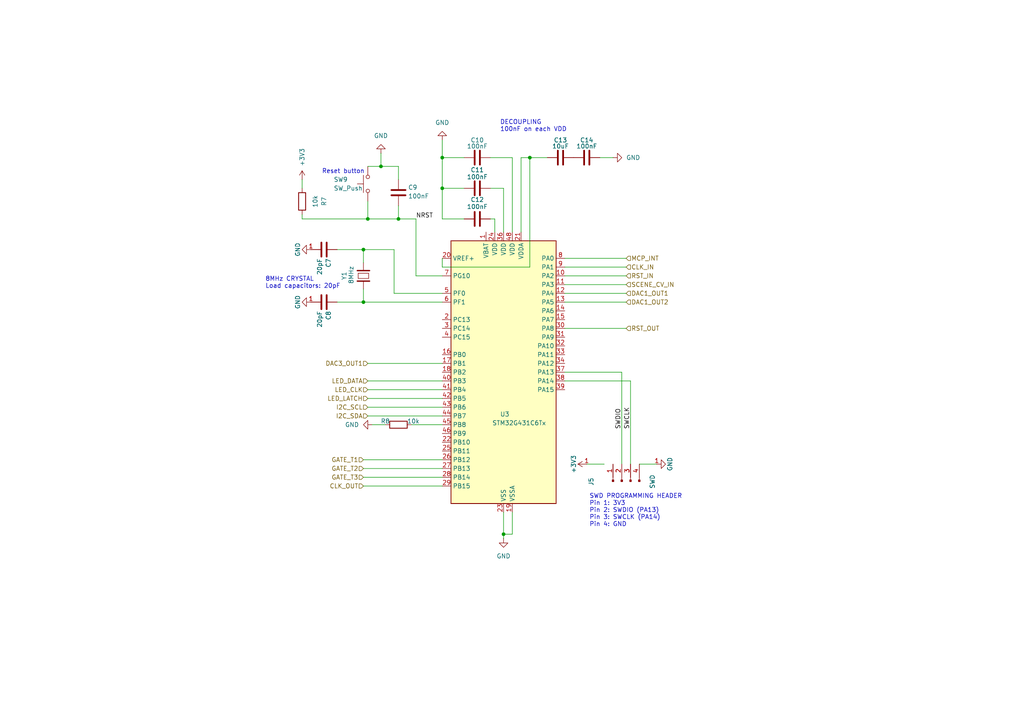
<source format=kicad_sch>
(kicad_sch (version 20250114) (generator "eeschema") (generator_version "9.0")
  (paper "A4")
  (title_block (title "SENGBARD - MCU") (date "2025-01-26") (rev "0.1") (comment 1 "STM32F103C8T6 Microcontroller") (comment 2 "Crystal, Reset, Programming Header"))
  (lib_symbols
    (symbol "+3V3_1" (power) (pin_numbers (hide yes)) (pin_names (offset 0) (hide yes))
      (property "Value" "+3V3" (at 0 3.556 0))
      (symbol "+3V3_1_0_1"
        (polyline (pts (xy -0.762 1.27) (xy 0 2.54)))
        (polyline (pts (xy 0 2.54) (xy 0.762 1.27)))
        (polyline (pts (xy 0 0) (xy 0 2.54)))
      )
      (symbol "+3V3_1_1_1"
        (pin power_in line (at 0 0 90) (length 0) (name "~") (number "1"))
      )
    )
    (symbol "C_1" (pin_numbers (hide yes)) (pin_names (offset 0.254))
      (property "Reference" "C" (at 0.635 2.54 0))
      (property "Value" "C" (at 0.635 -2.54 0))
      (symbol "C_1_0_1"
        (polyline (pts (xy -2.032 0.762) (xy 2.032 0.762)) (stroke (width 0.508)))
        (polyline (pts (xy -2.032 -0.762) (xy 2.032 -0.762)) (stroke (width 0.508)))
      )
      (symbol "C_1_1_1"
        (pin passive line (at 0 3.81 270) (length 2.794) (name "~") (number "1"))
        (pin passive line (at 0 -3.81 90) (length 2.794) (name "~") (number "2"))
      )
    )
    (symbol "C_2" (pin_numbers (hide yes)) (pin_names (offset 0.254))
      (property "Reference" "C" (at 0.635 2.54 0))
      (property "Value" "C" (at 0.635 -2.54 0))
      (symbol "C_2_0_1"
        (polyline (pts (xy -2.032 0.762) (xy 2.032 0.762)) (stroke (width 0.508)))
        (polyline (pts (xy -2.032 -0.762) (xy 2.032 -0.762)) (stroke (width 0.508)))
      )
      (symbol "C_2_1_1"
        (pin passive line (at 0 3.81 270) (length 2.794) (name "~") (number "1"))
        (pin passive line (at 0 -3.81 90) (length 2.794) (name "~") (number "2"))
      )
    )
    (symbol "Connector:Conn_01x04_Pin" (pin_names (offset 1.016) (hide yes))
      (property "Reference" "J" (at 0 5.08 0))
      (property "Value" "Conn_01x04_Pin" (at 0 -7.62 0))
      (symbol "Conn_01x04_Pin_1_1"
        (rectangle (start 0.508 2.794) (end 0 2.286) (stroke (width 0.1524)) (fill (type outline)))
        (rectangle (start 0.508 0.254) (end 0 -0.254) (stroke (width 0.1524)) (fill (type outline)))
        (rectangle (start 0.508 -2.286) (end 0 -2.794) (stroke (width 0.1524)) (fill (type outline)))
        (rectangle (start 0.508 -4.826) (end 0 -5.334) (stroke (width 0.1524)) (fill (type outline)))
        (polyline (pts (xy 1.27 2.54) (xy 0.508 2.54)) (stroke (width 0.1524)))
        (polyline (pts (xy 1.27 0) (xy 0.508 0)) (stroke (width 0.1524)))
        (polyline (pts (xy 1.27 -2.54) (xy 0.508 -2.54)) (stroke (width 0.1524)))
        (polyline (pts (xy 1.27 -5.08) (xy 0.508 -5.08)) (stroke (width 0.1524)))
        (pin passive line (at 5.08 2.54 180) (length 3.81) (name "Pin_1") (number "1"))
        (pin passive line (at 5.08 0 180) (length 3.81) (name "Pin_2") (number "2"))
        (pin passive line (at 5.08 -2.54 180) (length 3.81) (name "Pin_3") (number "3"))
        (pin passive line (at 5.08 -5.08 180) (length 3.81) (name "Pin_4") (number "4"))
      )
    )
    (symbol "Device:C" (pin_numbers (hide yes)) (pin_names (offset 0.254))
      (property "Reference" "C" (at 0.635 2.54 0))
      (property "Value" "C" (at 0.635 -2.54 0))
      (symbol "C_0_1"
        (polyline (pts (xy -2.032 0.762) (xy 2.032 0.762)) (stroke (width 0.508)))
        (polyline (pts (xy -2.032 -0.762) (xy 2.032 -0.762)) (stroke (width 0.508)))
      )
      (symbol "C_1_1"
        (pin passive line (at 0 3.81 270) (length 2.794) (name "~") (number "1"))
        (pin passive line (at 0 -3.81 90) (length 2.794) (name "~") (number "2"))
      )
    )
    (symbol "Device:Crystal" (pin_numbers (hide yes)) (pin_names (offset 0) (hide yes))
      (property "Reference" "Y" (at 0 3.81 0))
      (property "Value" "Crystal" (at 0 -3.81 0))
      (symbol "Crystal_0_1"
        (polyline (pts (xy -1.524 -1.778) (xy -1.524 1.778)) (stroke (width 0.381)))
        (rectangle (start -0.762 -1.524) (end 0.762 1.524))
        (polyline (pts (xy 1.524 -1.778) (xy 1.524 1.778)) (stroke (width 0.381)))
      )
      (symbol "Crystal_1_1"
        (pin passive line (at -3.81 0 0) (length 2.286) (name "1") (number "1"))
        (pin passive line (at 3.81 0 180) (length 2.286) (name "2") (number "2"))
      )
    )
    (symbol "Device:R" (pin_numbers (hide yes)) (pin_names (offset 0))
      (property "Reference" "R" (at 2.032 0 90))
      (property "Value" "R" (at 0 0 90))
      (symbol "R_0_1"
        (rectangle (start -1.016 -2.54) (end 1.016 2.54) (stroke (width 0.254)))
      )
      (symbol "R_1_1"
        (pin passive line (at 0 3.81 270) (length 1.27) (name "~") (number "1"))
        (pin passive line (at 0 -3.81 90) (length 1.27) (name "~") (number "2"))
      )
    )
    (symbol "GND_1" (power) (pin_numbers (hide yes)) (pin_names (offset 0) (hide yes))
      (property "Value" "GND" (at 0 -3.81 0))
      (symbol "GND_1_0_1"
        (polyline (pts (xy 0 0) (xy 0 -1.27) (xy 1.27 -1.27) (xy 0 -2.54) (xy -1.27 -1.27) (xy 0 -1.27)))
      )
      (symbol "GND_1_1_1"
        (pin power_in line (at 0 0 270) (length 0) (name "~") (number "1"))
      )
    )
    (symbol "GND_2" (power) (pin_numbers (hide yes)) (pin_names (offset 0) (hide yes))
      (property "Value" "GND" (at 0 -3.81 0))
      (symbol "GND_2_0_1"
        (polyline (pts (xy 0 0) (xy 0 -1.27) (xy 1.27 -1.27) (xy 0 -2.54) (xy -1.27 -1.27) (xy 0 -1.27)))
      )
      (symbol "GND_2_1_1"
        (pin power_in line (at 0 0 270) (length 0) (name "~") (number "1"))
      )
    )
    (symbol "GND_3" (power) (pin_numbers (hide yes)) (pin_names (offset 0) (hide yes))
      (property "Value" "GND" (at 0 -3.81 0))
      (symbol "GND_3_0_1"
        (polyline (pts (xy 0 0) (xy 0 -1.27) (xy 1.27 -1.27) (xy 0 -2.54) (xy -1.27 -1.27) (xy 0 -1.27)))
      )
      (symbol "GND_3_1_1"
        (pin power_in line (at 0 0 270) (length 0) (name "~") (number "1"))
      )
    )
    (symbol "GND_4" (power) (pin_numbers (hide yes)) (pin_names (offset 0) (hide yes))
      (property "Value" "GND" (at 0 -3.81 0))
      (symbol "GND_4_0_1"
        (polyline (pts (xy 0 0) (xy 0 -1.27) (xy 1.27 -1.27) (xy 0 -2.54) (xy -1.27 -1.27) (xy 0 -1.27)))
      )
      (symbol "GND_4_1_1"
        (pin power_in line (at 0 0 270) (length 0) (name "~") (number "1"))
      )
    )
    (symbol "MCU_ST_STM32G4:STM32G431C6Tx"
      (property "Reference" "U" (at -15.24 39.37 0))
      (property "Value" "STM32G431C6Tx" (at 7.62 39.37 0))
      (symbol "STM32G431C6Tx_0_1"
        (rectangle (start -15.24 -38.1) (end 15.24 38.1) (stroke (width 0.254)) (fill (type background)))
      )
      (symbol "STM32G431C6Tx_1_1"
        (pin input line (at -17.78 33.02 0) (length 2.54) (name "VREF+") (number "20"))
        (pin bidirectional line (at -17.78 27.94 0) (length 2.54) (name "PG10") (number "7"))
        (pin bidirectional line (at -17.78 22.86 0) (length 2.54) (name "PF0") (number "5"))
        (pin bidirectional line (at -17.78 20.32 0) (length 2.54) (name "PF1") (number "6"))
        (pin bidirectional line (at -17.78 15.24 0) (length 2.54) (name "PC13") (number "2"))
        (pin bidirectional line (at -17.78 12.7 0) (length 2.54) (name "PC14") (number "3"))
        (pin bidirectional line (at -17.78 10.16 0) (length 2.54) (name "PC15") (number "4"))
        (pin bidirectional line (at -17.78 5.08 0) (length 2.54) (name "PB0") (number "16"))
        (pin bidirectional line (at -17.78 2.54 0) (length 2.54) (name "PB1") (number "17"))
        (pin bidirectional line (at -17.78 0 0) (length 2.54) (name "PB2") (number "18"))
        (pin bidirectional line (at -17.78 -2.54 0) (length 2.54) (name "PB3") (number "40"))
        (pin bidirectional line (at -17.78 -5.08 0) (length 2.54) (name "PB4") (number "41"))
        (pin bidirectional line (at -17.78 -7.62 0) (length 2.54) (name "PB5") (number "42"))
        (pin bidirectional line (at -17.78 -10.16 0) (length 2.54) (name "PB6") (number "43"))
        (pin bidirectional line (at -17.78 -12.7 0) (length 2.54) (name "PB7") (number "44"))
        (pin bidirectional line (at -17.78 -15.24 0) (length 2.54) (name "PB8") (number "45"))
        (pin bidirectional line (at -17.78 -17.78 0) (length 2.54) (name "PB9") (number "46"))
        (pin bidirectional line (at -17.78 -20.32 0) (length 2.54) (name "PB10") (number "22"))
        (pin bidirectional line (at -17.78 -22.86 0) (length 2.54) (name "PB11") (number "25"))
        (pin bidirectional line (at -17.78 -25.4 0) (length 2.54) (name "PB12") (number "26"))
        (pin bidirectional line (at -17.78 -27.94 0) (length 2.54) (name "PB13") (number "27"))
        (pin bidirectional line (at -17.78 -30.48 0) (length 2.54) (name "PB14") (number "28"))
        (pin bidirectional line (at -17.78 -33.02 0) (length 2.54) (name "PB15") (number "29"))
        (pin power_in line (at -5.08 40.64 270) (length 2.54) (name "VBAT") (number "1"))
        (pin power_in line (at -2.54 40.64 270) (length 2.54) (name "VDD") (number "24"))
        (pin power_in line (at 0 40.64 270) (length 2.54) (name "VDD") (number "36"))
        (pin power_in line (at 0 -40.64 90) (length 2.54) (name "VSS") (number "23"))
        (pin passive line (at 0 -40.64 90) (length 2.54) (hide yes) (name "VSS") (number "35"))
        (pin passive line (at 0 -40.64 90) (length 2.54) (hide yes) (name "VSS") (number "47"))
        (pin power_in line (at 2.54 40.64 270) (length 2.54) (name "VDD") (number "48"))
        (pin power_in line (at 2.54 -40.64 90) (length 2.54) (name "VSSA") (number "19"))
        (pin power_in line (at 5.08 40.64 270) (length 2.54) (name "VDDA") (number "21"))
        (pin bidirectional line (at 17.78 33.02 180) (length 2.54) (name "PA0") (number "8"))
        (pin bidirectional line (at 17.78 30.48 180) (length 2.54) (name "PA1") (number "9"))
        (pin bidirectional line (at 17.78 27.94 180) (length 2.54) (name "PA2") (number "10"))
        (pin bidirectional line (at 17.78 25.4 180) (length 2.54) (name "PA3") (number "11"))
        (pin bidirectional line (at 17.78 22.86 180) (length 2.54) (name "PA4") (number "12"))
        (pin bidirectional line (at 17.78 20.32 180) (length 2.54) (name "PA5") (number "13"))
        (pin bidirectional line (at 17.78 17.78 180) (length 2.54) (name "PA6") (number "14"))
        (pin bidirectional line (at 17.78 15.24 180) (length 2.54) (name "PA7") (number "15"))
        (pin bidirectional line (at 17.78 12.7 180) (length 2.54) (name "PA8") (number "30"))
        (pin bidirectional line (at 17.78 10.16 180) (length 2.54) (name "PA9") (number "31"))
        (pin bidirectional line (at 17.78 7.62 180) (length 2.54) (name "PA10") (number "32"))
        (pin bidirectional line (at 17.78 5.08 180) (length 2.54) (name "PA11") (number "33"))
        (pin bidirectional line (at 17.78 2.54 180) (length 2.54) (name "PA12") (number "34"))
        (pin bidirectional line (at 17.78 0 180) (length 2.54) (name "PA13") (number "37"))
        (pin bidirectional line (at 17.78 -2.54 180) (length 2.54) (name "PA14") (number "38"))
        (pin bidirectional line (at 17.78 -5.08 180) (length 2.54) (name "PA15") (number "39"))
      )
    )
    (symbol "Switch:SW_Push" (pin_numbers (hide yes)) (pin_names (offset 1.016) (hide yes))
      (property "Reference" "SW" (at 1.27 2.54 0))
      (property "Value" "SW_Push" (at 0 -1.524 0))
      (symbol "SW_Push_0_1"
        (circle (center -2.032 0) (radius 0.508))
        (polyline (pts (xy 0 1.27) (xy 0 3.048)))
        (circle (center 2.032 0) (radius 0.508))
        (polyline (pts (xy 2.54 1.27) (xy -2.54 1.27)))
        (pin passive line (at -5.08 0 0) (length 2.54) (name "1") (number "1"))
        (pin passive line (at 5.08 0 180) (length 2.54) (name "2") (number "2"))
      )
    )
    (symbol "power:+3V3" (power) (pin_names (offset 0) (hide yes))
      (property "Value" "+3V3" (at 0 3.556 0))
      (symbol "+3V3_0_1"
        (polyline (pts (xy -0.762 1.27) (xy 0 2.54)))
        (polyline (pts (xy 0 2.54) (xy 0.762 1.27)))
        (polyline (pts (xy 0 0) (xy 0 2.54)))
      )
      (symbol "+3V3_1_1"
        (pin power_in line (at 0 0 90) (length 0) (name "~") (number "1"))
      )
    )
    (symbol "power:GND" (power) (pin_names (offset 0) (hide yes))
      (property "Value" "GND" (at 0 -3.81 0))
      (symbol "GND_0_1"
        (polyline (pts (xy 0 0) (xy 0 -1.27) (xy 1.27 -1.27) (xy 0 -2.54) (xy -1.27 -1.27) (xy 0 -1.27)))
      )
      (symbol "GND_1_1"
        (pin power_in line (at 0 0 270) (length 0) (name "~") (number "1"))
      )
    )
  )
  (text "Reset button" (at 99.568 49.784 0) (effects (font (size 1.27 1.27))))
  (text "SWD PROGRAMMING HEADER\nPin 1: 3V3\nPin 2: SWDIO (PA13)\nPin 3: SWCLK (PA14)\nPin 4: GND" (at 170.942 148.082 0) (effects (font (size 1.27 1.27)) (justify left)))
  (text "DECOUPLING\n100nF on each VDD" (at 145.034 36.576 0) (effects (font (size 1.27 1.27)) (justify left)))
  (text "8MHz CRYSTAL\nLoad capacitors: 20pF" (at 76.962 82.042 0) (effects (font (size 1.27 1.27)) (justify left)))
  (junction (at 128.27 45.72))
  (junction (at 128.27 54.61))
  (junction (at 115.57 63.5))
  (junction (at 110.49 48.26))
  (junction (at 106.68 63.5))
  (junction (at 105.41 72.39))
  (junction (at 105.41 87.63))
  (junction (at 146.05 154.94))
  (junction (at 153.67 45.72))
  (wire (pts (xy 87.63 62.23) (xy 87.63 63.5)))
  (wire (pts (xy 143.51 63.5) (xy 143.51 67.31)))
  (wire (pts (xy 110.49 48.26) (xy 115.57 48.26)))
  (wire (pts (xy 106.68 120.65) (xy 128.27 120.65)))
  (wire (pts (xy 153.67 45.72) (xy 158.75 45.72)))
  (wire (pts (xy 106.68 115.57) (xy 128.27 115.57)))
  (wire (pts (xy 115.57 63.5) (xy 115.57 59.69)))
  (wire (pts (xy 146.05 67.31) (xy 146.05 54.61)))
  (wire (pts (xy 128.27 77.47) (xy 153.67 77.47)))
  (wire (pts (xy 148.59 148.59) (xy 148.59 154.94)))
  (wire (pts (xy 106.68 113.03) (xy 128.27 113.03)))
  (wire (pts (xy 110.49 48.26) (xy 110.49 44.45)))
  (wire (pts (xy 105.41 140.97) (xy 128.27 140.97)))
  (wire (pts (xy 142.24 63.5) (xy 143.51 63.5)))
  (wire (pts (xy 105.41 135.89) (xy 128.27 135.89)))
  (wire (pts (xy 106.68 58.42) (xy 106.68 63.5)))
  (wire (pts (xy 105.41 72.39) (xy 114.3 72.39)))
  (wire (pts (xy 163.83 77.47) (xy 181.61 77.47)))
  (wire (pts (xy 153.67 77.47) (xy 153.67 45.72)))
  (wire (pts (xy 128.27 54.61) (xy 134.62 54.61)))
  (wire (pts (xy 175.26 134.62) (xy 170.18 134.62)))
  (wire (pts (xy 114.3 72.39) (xy 114.3 85.09)))
  (wire (pts (xy 97.79 87.63) (xy 105.41 87.63)))
  (wire (pts (xy 148.59 154.94) (xy 146.05 154.94)))
  (wire (pts (xy 119.38 123.19) (xy 128.27 123.19)))
  (wire (pts (xy 105.41 83.82) (xy 105.41 87.63)))
  (wire (pts (xy 163.83 87.63) (xy 181.61 87.63)))
  (wire (pts (xy 106.68 63.5) (xy 115.57 63.5)))
  (wire (pts (xy 148.59 67.31) (xy 148.59 45.72)))
  (wire (pts (xy 146.05 154.94) (xy 146.05 156.21)))
  (wire (pts (xy 97.79 72.39) (xy 105.41 72.39)))
  (wire (pts (xy 146.05 148.59) (xy 146.05 154.94)))
  (wire (pts (xy 106.68 110.49) (xy 128.27 110.49)))
  (wire (pts (xy 128.27 63.5) (xy 134.62 63.5)))
  (wire (pts (xy 105.41 72.39) (xy 105.41 76.2)))
  (wire (pts (xy 106.68 105.41) (xy 128.27 105.41)))
  (wire (pts (xy 163.83 95.25) (xy 181.61 95.25)))
  (wire (pts (xy 115.57 48.26) (xy 115.57 52.07)))
  (wire (pts (xy 120.65 63.5) (xy 115.57 63.5)))
  (wire (pts (xy 151.13 67.31) (xy 151.13 45.72)))
  (wire (pts (xy 128.27 118.11) (xy 106.68 118.11)))
  (wire (pts (xy 163.83 110.49) (xy 182.88 110.49)))
  (wire (pts (xy 105.41 133.35) (xy 128.27 133.35)))
  (wire (pts (xy 128.27 74.93) (xy 128.27 77.47)))
  (wire (pts (xy 105.41 87.63) (xy 128.27 87.63)))
  (wire (pts (xy 151.13 45.72) (xy 153.67 45.72)))
  (wire (pts (xy 146.05 54.61) (xy 142.24 54.61)))
  (wire (pts (xy 163.83 80.01) (xy 181.61 80.01)))
  (wire (pts (xy 185.42 134.62) (xy 190.5 134.62)))
  (wire (pts (xy 87.63 52.07) (xy 87.63 54.61)))
  (wire (pts (xy 163.83 74.93) (xy 181.61 74.93)))
  (wire (pts (xy 163.83 85.09) (xy 181.61 85.09)))
  (wire (pts (xy 128.27 80.01) (xy 120.65 80.01)))
  (wire (pts (xy 128.27 40.64) (xy 128.27 45.72)))
  (wire (pts (xy 128.27 45.72) (xy 128.27 54.61)))
  (wire (pts (xy 182.88 110.49) (xy 182.88 134.62)))
  (wire (pts (xy 120.65 63.5) (xy 120.65 80.01)))
  (wire (pts (xy 87.63 63.5) (xy 106.68 63.5)))
  (wire (pts (xy 106.68 48.26) (xy 110.49 48.26)))
  (wire (pts (xy 107.95 123.19) (xy 111.76 123.19)))
  (wire (pts (xy 114.3 85.09) (xy 128.27 85.09)))
  (wire (pts (xy 148.59 45.72) (xy 142.24 45.72)))
  (wire (pts (xy 163.83 82.55) (xy 181.61 82.55)))
  (wire (pts (xy 173.99 45.72) (xy 177.8 45.72)))
  (wire (pts (xy 105.41 138.43) (xy 128.27 138.43)))
  (wire (pts (xy 128.27 54.61) (xy 128.27 63.5)))
  (wire (pts (xy 163.83 107.95) (xy 180.34 107.95)))
  (wire (pts (xy 134.62 45.72) (xy 128.27 45.72)))
  (wire (pts (xy 180.34 107.95) (xy 180.34 134.62)))
  (label "NRST" (at 120.65 63.5 0))
  (label "SWCLK" (at 182.88 124.46 90))
  (label "SWDIO" (at 180.34 124.46 90))
  (hierarchical_label "CLK_OUT" (shape input) (at 105.41 140.97 180))
  (hierarchical_label "RST_IN" (shape input) (at 181.61 80.01 0))
  (hierarchical_label "LED_LATCH" (shape input) (at 106.68 115.57 180))
  (hierarchical_label "DAC1_OUT1" (shape input) (at 181.61 85.09 0))
  (hierarchical_label "CLK_IN" (shape input) (at 181.61 77.47 0))
  (hierarchical_label "DAC1_OUT2" (shape input) (at 181.61 87.63 0))
  (hierarchical_label "I2C_SDA" (shape input) (at 106.68 120.65 180))
  (hierarchical_label "LED_CLK" (shape input) (at 106.68 113.03 180))
  (hierarchical_label "I2C_SCL" (shape input) (at 106.68 118.11 180))
  (hierarchical_label "MCP_INT" (shape input) (at 181.61 74.93 0))
  (hierarchical_label "LED_DATA" (shape input) (at 106.68 110.49 180))
  (hierarchical_label "GATE_T3" (shape input) (at 105.41 138.43 180))
  (hierarchical_label "DAC3_OUT1" (shape input) (at 106.68 105.41 180))
  (hierarchical_label "RST_OUT" (shape input) (at 181.61 95.25 0))
  (hierarchical_label "GATE_T1" (shape input) (at 105.41 133.35 180))
  (hierarchical_label "SCENE_CV_IN" (shape input) (at 181.61 82.55 0))
  (hierarchical_label "GATE_T2" (shape input) (at 105.41 135.89 180))
  (symbol (lib_name "C_2") (lib_id "Device:C") (at 115.57 55.88 0) (unit 1)
    (property "Reference" "C9" (at 118.364 54.356 0) (effects (justify left)))
    (property "Value" "100nF" (at 118.364 56.896 0) (effects (justify left)))
    (property "Description" "Unpolarized capacitor" (effects (hide yes)))
  )
  (symbol (lib_id "power:GND") (at 90.17 72.39 270) (unit 1)
    (property "Reference" "#PWR0128" (effects (hide yes)))
    (property "Value" "GND" (at 86.36 72.39 0))
  )
  (symbol (lib_id "Connector:Conn_01x04_Pin") (at 180.34 139.7 90) (unit 1)
    (property "Reference" "J5" (at 171.45 139.7 0))
    (property "Value" "SWD" (at 189.23 139.7 0))
    (property "Footprint" "Connector_PinHeader_2.54mm:PinHeader_1x04_P2.54mm_Vertical" (effects (hide yes)))
  )
  (symbol (lib_id "Device:Crystal") (at 105.41 80.01 90) (unit 1) (exclude_from_sim yes)
    (property "Reference" "Y1" (at 99.822 80.01 0))
    (property "Value" "8MHz" (at 101.854 79.756 0))
    (property "Footprint" "Crystal:Crystal_HC49-4H_Vertical" (effects (hide yes)))
  )
  (symbol (lib_name "+3V3_1") (lib_id "power:+3V3") (at 87.63 52.07 0) (unit 1)
    (property "Reference" "#PWR0130" (effects (hide yes)))
    (property "Value" "+3V3" (at 87.6301 48.26 90) (effects (justify left)))
    (property "Description" "Power symbol creates a global label with name \"+3V3\"" (effects (hide yes)))
  )
  (symbol (lib_name "GND_1") (lib_id "power:GND") (at 128.27 40.64 180) (unit 1)
    (property "Reference" "#PWR0133" (effects (hide yes)))
    (property "Value" "GND" (at 128.27 35.56 0))
    (property "Description" "Power symbol creates a global label with name \"GND\" , ground" (effects (hide yes)))
  )
  (symbol (lib_name "GND_1") (lib_id "power:GND") (at 177.8 45.72 90) (unit 1)
    (property "Reference" "#PWR0132" (effects (hide yes)))
    (property "Value" "GND" (at 181.61 45.7199 90) (effects (justify right)))
    (property "Description" "Power symbol creates a global label with name \"GND\" , ground" (effects (hide yes)))
  )
  (symbol (lib_name "C_1") (lib_id "Device:C") (at 162.56 45.72 90) (unit 1)
    (property "Reference" "C13" (at 162.56 40.64 90))
    (property "Value" "10uF" (at 162.56 42.418 90))
    (property "Description" "Unpolarized capacitor" (effects (hide yes)))
  )
  (symbol (lib_name "C_1") (lib_id "Device:C") (at 170.18 45.72 90) (unit 1)
    (property "Reference" "C14" (at 170.18 40.64 90))
    (property "Value" "100nF" (at 170.18 42.418 90))
    (property "Description" "Unpolarized capacitor" (effects (hide yes)))
  )
  (symbol (lib_id "MCU_ST_STM32G4:STM32G431C6Tx") (at 146.05 107.95 0) (unit 1)
    (property "Reference" "U3" (at 145.034 120.142 0) (effects (justify left)))
    (property "Value" "STM32G431C6Tx" (at 142.748 122.682 0) (effects (justify left)))
    (property "Footprint" "Package_QFP:LQFP-48_7x7mm_P0.5mm" (effects (hide yes)))
    (property "Datasheet" "https://www.st.com/resource/en/datasheet/stm32g431c6.pdf" (effects (hide yes)))
    (property "Description" "STMicroelectronics Arm Cortex-M4 MCU, 32KB flash, 32KB RAM, 170 MHz, 1.71-3.6V, 38 GPIO, LQFP48" (effects (hide yes)))
  )
  (symbol (lib_name "C_1") (lib_id "Device:C") (at 138.43 63.5 90) (unit 1)
    (property "Reference" "C12" (at 138.43 57.912 90))
    (property "Value" "100nF" (at 138.43 59.944 90))
    (property "Description" "Unpolarized capacitor" (effects (hide yes)))
  )
  (symbol (lib_id "Device:R") (at 115.57 123.19 90) (unit 1)
    (property "Reference" "R8" (at 111.76 122.174 90))
    (property "Value" "10k" (at 119.888 122.174 90))
    (property "Description" "Resistor" (effects (hide yes)))
  )
  (symbol (lib_name "GND_3") (lib_id "power:GND") (at 110.49 44.45 180) (unit 1)
    (property "Reference" "#PWR0131" (effects (hide yes)))
    (property "Value" "GND" (at 110.49 39.37 0))
    (property "Description" "Power symbol creates a global label with name \"GND\" , ground" (effects (hide yes)))
  )
  (symbol (lib_name "C_1") (lib_id "Device:C") (at 138.43 54.61 90) (unit 1)
    (property "Reference" "C11" (at 138.43 49.276 90))
    (property "Value" "100nF" (at 138.43 51.308 90))
    (property "Description" "Unpolarized capacitor" (effects (hide yes)))
  )
  (symbol (lib_id "Switch:SW_Push") (at 106.68 53.34 90) (unit 1)
    (property "Reference" "SW9" (at 96.774 52.07 90) (effects (justify right)))
    (property "Value" "SW_Push" (at 96.774 54.61 90) (effects (justify right)))
    (property "Footprint" "Button_Switch_SMD:SW_Push_1P1T_NO_CK_KSC7xxJ" (effects (hide yes)))
    (property "Description" "Push button switch, generic, two pins" (effects (hide yes)))
  )
  (symbol (lib_id "power:+3V3") (at 170.18 134.62 90) (unit 1)
    (property "Reference" "#PWR0126" (effects (hide yes)))
    (property "Value" "+3V3" (at 166.37 134.62 0))
  )
  (symbol (lib_id "Device:C") (at 93.98 72.39 270) (unit 1)
    (property "Reference" "C7" (at 95.25 74.93 0) (effects (justify left)))
    (property "Value" "20pF" (at 92.71 74.93 0) (effects (justify left)))
    (property "Footprint" "Capacitor_SMD:C_0603_1608Metric" (effects (hide yes)))
  )
  (symbol (lib_id "Device:C") (at 93.98 87.63 270) (unit 1)
    (property "Reference" "C8" (at 95.25 90.17 0) (effects (justify left)))
    (property "Value" "20pF" (at 92.71 90.17 0) (effects (justify left)))
    (property "Footprint" "Capacitor_SMD:C_0603_1608Metric" (effects (hide yes)))
  )
  (symbol (lib_name "GND_4") (lib_id "power:GND") (at 107.95 123.19 270) (unit 1)
    (property "Reference" "#PWR0127" (effects (hide yes)))
    (property "Value" "GND" (at 104.14 123.1899 90) (effects (justify right)))
    (property "Description" "Power symbol creates a global label with name \"GND\" , ground" (effects (hide yes)))
  )
  (symbol (lib_name "C_1") (lib_id "Device:C") (at 138.43 45.72 90) (unit 1)
    (property "Reference" "C10" (at 138.43 40.64 90))
    (property "Value" "100nF" (at 138.43 42.418 90))
    (property "Description" "Unpolarized capacitor" (effects (hide yes)))
  )
  (symbol (lib_id "power:GND") (at 90.17 87.63 270) (unit 1)
    (property "Reference" "#PWR0129" (effects (hide yes)))
    (property "Value" "GND" (at 86.36 87.63 0))
  )
  (symbol (lib_id "Device:R") (at 87.63 58.42 0) (unit 1)
    (property "Reference" "R7" (at 93.98 58.42 90))
    (property "Value" "10k" (at 91.44 58.42 90))
    (property "Description" "Resistor" (effects (hide yes)))
  )
  (symbol (lib_id "power:GND") (at 190.5 134.62 90) (unit 1)
    (property "Reference" "#PWR0125" (effects (hide yes)))
    (property "Value" "GND" (at 194.31 134.62 0))
  )
  (symbol (lib_name "GND_2") (lib_id "power:GND") (at 146.05 156.21 0) (unit 1)
    (property "Reference" "#PWR0107" (effects (hide yes)))
    (property "Value" "GND" (at 146.05 161.29 0))
    (property "Description" "Power symbol creates a global label with name \"GND\" , ground" (effects (hide yes)))
  )
)
</source>
